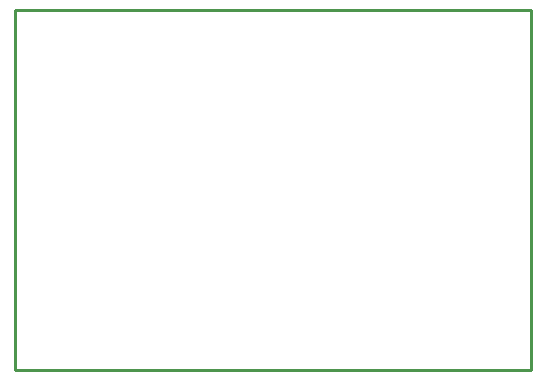
<source format=gm1>
%FSLAX43Y43*%
%MOMM*%
G71*
G01*
G75*
G04 Layer_Color=16777215*
%ADD10R,1.350X4.800*%
%ADD11R,1.270X4.200*%
%ADD12R,4.800X1.350*%
%ADD13R,4.200X1.270*%
%ADD14R,0.350X0.350*%
%ADD15R,0.350X0.350*%
%ADD16R,1.000X1.100*%
%ADD17R,1.100X1.000*%
%ADD18C,1.630*%
%ADD19C,0.254*%
%ADD20C,2.200*%
%ADD21C,1.270*%
%ADD22C,0.127*%
%ADD23R,1.553X5.003*%
%ADD24R,1.473X4.403*%
%ADD25R,5.003X1.553*%
%ADD26R,4.403X1.473*%
%ADD27R,0.553X0.553*%
%ADD28R,0.553X0.553*%
%ADD29R,1.203X1.303*%
%ADD30R,1.303X1.203*%
%ADD31C,2.403*%
%ADD32C,1.473*%
G54D19*
X43750Y250D02*
Y30750D01*
X0Y250D02*
X43750D01*
X0Y30750D02*
X43750D01*
X0Y250D02*
Y30750D01*
X43750Y250D02*
Y30750D01*
X0Y250D02*
X43750D01*
X0Y30750D02*
X43750D01*
X0Y250D02*
Y30750D01*
M02*

</source>
